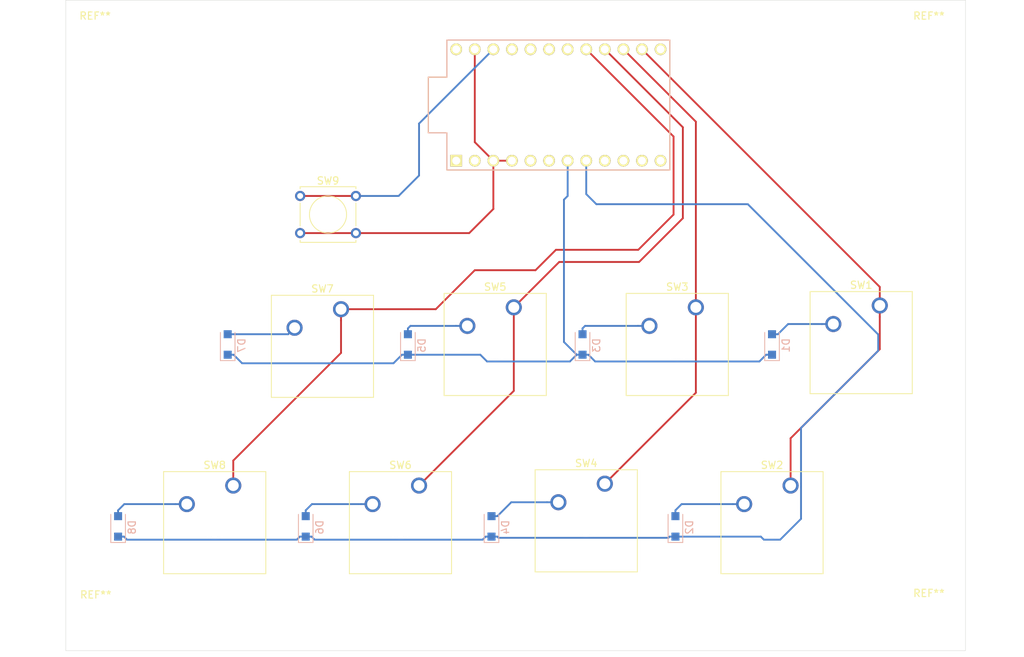
<source format=kicad_pcb>
(kicad_pcb (version 20171130) (host pcbnew 5.1.4-e60b266~84~ubuntu18.04.1)

  (general
    (thickness 1.6)
    (drawings 4)
    (tracks 118)
    (zones 0)
    (modules 22)
    (nets 31)
  )

  (page A4)
  (layers
    (0 F.Cu signal)
    (31 B.Cu signal)
    (32 B.Adhes user)
    (33 F.Adhes user)
    (34 B.Paste user)
    (35 F.Paste user)
    (36 B.SilkS user hide)
    (37 F.SilkS user)
    (38 B.Mask user)
    (39 F.Mask user)
    (40 Dwgs.User user)
    (41 Cmts.User user)
    (42 Eco1.User user)
    (43 Eco2.User user)
    (44 Edge.Cuts user)
    (45 Margin user)
    (46 B.CrtYd user)
    (47 F.CrtYd user)
    (48 B.Fab user)
    (49 F.Fab user)
  )

  (setup
    (last_trace_width 0.25)
    (trace_clearance 0.2)
    (zone_clearance 0.508)
    (zone_45_only no)
    (trace_min 0.2)
    (via_size 0.8)
    (via_drill 0.4)
    (via_min_size 0.4)
    (via_min_drill 0.3)
    (uvia_size 0.3)
    (uvia_drill 0.1)
    (uvias_allowed no)
    (uvia_min_size 0.2)
    (uvia_min_drill 0.1)
    (edge_width 0.05)
    (segment_width 0.2)
    (pcb_text_width 0.3)
    (pcb_text_size 1.5 1.5)
    (mod_edge_width 0.12)
    (mod_text_size 1 1)
    (mod_text_width 0.15)
    (pad_size 1.524 1.524)
    (pad_drill 0.762)
    (pad_to_mask_clearance 0.051)
    (solder_mask_min_width 0.25)
    (aux_axis_origin 0 0)
    (visible_elements FFFFFF7F)
    (pcbplotparams
      (layerselection 0x010fc_ffffffff)
      (usegerberextensions false)
      (usegerberattributes false)
      (usegerberadvancedattributes false)
      (creategerberjobfile false)
      (excludeedgelayer true)
      (linewidth 0.100000)
      (plotframeref false)
      (viasonmask false)
      (mode 1)
      (useauxorigin false)
      (hpglpennumber 1)
      (hpglpenspeed 20)
      (hpglpendiameter 15.000000)
      (psnegative false)
      (psa4output false)
      (plotreference true)
      (plotvalue true)
      (plotinvisibletext false)
      (padsonsilk false)
      (subtractmaskfromsilk false)
      (outputformat 1)
      (mirror false)
      (drillshape 1)
      (scaleselection 1)
      (outputdirectory ""))
  )

  (net 0 "")
  (net 1 "Net-(D1-Pad2)")
  (net 2 ROW0)
  (net 3 ROW1)
  (net 4 "Net-(D2-Pad2)")
  (net 5 "Net-(D3-Pad2)")
  (net 6 "Net-(D4-Pad2)")
  (net 7 "Net-(D5-Pad2)")
  (net 8 "Net-(D6-Pad2)")
  (net 9 "Net-(D7-Pad2)")
  (net 10 "Net-(D8-Pad2)")
  (net 11 col0)
  (net 12 col1)
  (net 13 col2)
  (net 14 col3)
  (net 15 "Net-(SW9-Pad1)")
  (net 16 GND)
  (net 17 "Net-(U1-Pad1)")
  (net 18 "Net-(U1-Pad2)")
  (net 19 "Net-(U1-Pad5)")
  (net 20 "Net-(U1-Pad6)")
  (net 21 "Net-(U1-Pad9)")
  (net 22 "Net-(U1-Pad10)")
  (net 23 "Net-(U1-Pad11)")
  (net 24 "Net-(U1-Pad12)")
  (net 25 "Net-(U1-Pad13)")
  (net 26 "Net-(U1-Pad18)")
  (net 27 "Net-(U1-Pad19)")
  (net 28 "Net-(U1-Pad20)")
  (net 29 +3V3)
  (net 30 +5V)

  (net_class Default "これはデフォルトのネット クラスです。"
    (clearance 0.2)
    (trace_width 0.25)
    (via_dia 0.8)
    (via_drill 0.4)
    (uvia_dia 0.3)
    (uvia_drill 0.1)
    (add_net +3V3)
    (add_net +5V)
    (add_net GND)
    (add_net "Net-(D1-Pad2)")
    (add_net "Net-(D2-Pad2)")
    (add_net "Net-(D3-Pad2)")
    (add_net "Net-(D4-Pad2)")
    (add_net "Net-(D5-Pad2)")
    (add_net "Net-(D6-Pad2)")
    (add_net "Net-(D7-Pad2)")
    (add_net "Net-(D8-Pad2)")
    (add_net "Net-(SW9-Pad1)")
    (add_net "Net-(U1-Pad1)")
    (add_net "Net-(U1-Pad10)")
    (add_net "Net-(U1-Pad11)")
    (add_net "Net-(U1-Pad12)")
    (add_net "Net-(U1-Pad13)")
    (add_net "Net-(U1-Pad18)")
    (add_net "Net-(U1-Pad19)")
    (add_net "Net-(U1-Pad2)")
    (add_net "Net-(U1-Pad20)")
    (add_net "Net-(U1-Pad5)")
    (add_net "Net-(U1-Pad6)")
    (add_net "Net-(U1-Pad9)")
    (add_net ROW0)
    (add_net ROW1)
    (add_net col0)
    (add_net col1)
    (add_net col2)
    (add_net col3)
  )

  (module MountingHole:MountingHole_3.2mm_M3_ISO7380 (layer F.Cu) (tedit 56D1B4CB) (tstamp 5D4AA60E)
    (at 101.092 140.208)
    (descr "Mounting Hole 3.2mm, no annular, M3, ISO7380")
    (tags "mounting hole 3.2mm no annular m3 iso7380")
    (attr virtual)
    (fp_text reference REF** (at 0 -3.85) (layer F.SilkS)
      (effects (font (size 1 1) (thickness 0.15)))
    )
    (fp_text value MountingHole_3.2mm_M3_ISO7380 (at 0 3.85) (layer F.Fab)
      (effects (font (size 1 1) (thickness 0.15)))
    )
    (fp_circle (center 0 0) (end 3.1 0) (layer F.CrtYd) (width 0.05))
    (fp_circle (center 0 0) (end 2.85 0) (layer Cmts.User) (width 0.15))
    (fp_text user %R (at -0.092 -0.208) (layer F.Fab)
      (effects (font (size 1 1) (thickness 0.15)))
    )
    (pad 1 np_thru_hole circle (at 0 0) (size 3.2 3.2) (drill 3.2) (layers *.Cu *.Mask))
  )

  (module MountingHole:MountingHole_3.2mm_M3_ISO7380 (layer F.Cu) (tedit 56D1B4CB) (tstamp 5D4AA576)
    (at 101 61)
    (descr "Mounting Hole 3.2mm, no annular, M3, ISO7380")
    (tags "mounting hole 3.2mm no annular m3 iso7380")
    (attr virtual)
    (fp_text reference REF** (at 0 -3.85) (layer F.SilkS)
      (effects (font (size 1 1) (thickness 0.15)))
    )
    (fp_text value MountingHole_3.2mm_M3_ISO7380 (at 0 3.85) (layer F.Fab)
      (effects (font (size 1 1) (thickness 0.15)))
    )
    (fp_circle (center 0 0) (end 3.1 0) (layer F.CrtYd) (width 0.05))
    (fp_circle (center 0 0) (end 2.85 0) (layer Cmts.User) (width 0.15))
    (fp_text user %R (at 0.3 0) (layer F.Fab)
      (effects (font (size 1 1) (thickness 0.15)))
    )
    (pad 1 np_thru_hole circle (at 0 0) (size 3.2 3.2) (drill 3.2) (layers *.Cu *.Mask))
  )

  (module MountingHole:MountingHole_3.2mm_M3_ISO7380 (layer F.Cu) (tedit 56D1B4CB) (tstamp 5D4AA4E6)
    (at 215 61)
    (descr "Mounting Hole 3.2mm, no annular, M3, ISO7380")
    (tags "mounting hole 3.2mm no annular m3 iso7380")
    (attr virtual)
    (fp_text reference REF** (at 0 -3.85) (layer F.SilkS)
      (effects (font (size 1 1) (thickness 0.15)))
    )
    (fp_text value MountingHole_3.2mm_M3_ISO7380 (at 0 3.85) (layer F.Fab)
      (effects (font (size 1 1) (thickness 0.15)))
    )
    (fp_circle (center 0 0) (end 3.1 0) (layer F.CrtYd) (width 0.05))
    (fp_circle (center 0 0) (end 2.85 0) (layer Cmts.User) (width 0.15))
    (fp_text user %R (at 0.3 0) (layer F.Fab)
      (effects (font (size 1 1) (thickness 0.15)))
    )
    (pad 1 np_thru_hole circle (at 0 0) (size 3.2 3.2) (drill 3.2) (layers *.Cu *.Mask))
  )

  (module MountingHole:MountingHole_3.2mm_M3_ISO7380 (layer F.Cu) (tedit 56D1B4CB) (tstamp 5D49FE74)
    (at 215 140)
    (descr "Mounting Hole 3.2mm, no annular, M3, ISO7380")
    (tags "mounting hole 3.2mm no annular m3 iso7380")
    (attr virtual)
    (fp_text reference REF** (at 0 -3.85) (layer F.SilkS)
      (effects (font (size 1 1) (thickness 0.15)))
    )
    (fp_text value MountingHole_3.2mm_M3_ISO7380 (at 0 3.85) (layer F.Fab)
      (effects (font (size 1 1) (thickness 0.15)))
    )
    (fp_text user %R (at 0.3 0) (layer F.Fab)
      (effects (font (size 1 1) (thickness 0.15)))
    )
    (fp_circle (center 0 0) (end 2.85 0) (layer Cmts.User) (width 0.15))
    (fp_circle (center 0 0) (end 3.1 0) (layer F.CrtYd) (width 0.05))
    (pad 1 np_thru_hole circle (at 0 0) (size 3.2 3.2) (drill 3.2) (layers *.Cu *.Mask))
  )

  (module promicro:ProMicro (layer F.Cu) (tedit 5A06A962) (tstamp 5D49D90B)
    (at 164.338 69.342)
    (descr "Pro Micro footprint")
    (tags "promicro ProMicro")
    (path /5D4D1B53)
    (fp_text reference U1 (at 0 -10.16) (layer F.SilkS) hide
      (effects (font (size 1 1) (thickness 0.15)))
    )
    (fp_text value ProMicro (at 0 10.16) (layer F.Fab)
      (effects (font (size 1 1) (thickness 0.15)))
    )
    (fp_line (start 15.24 -8.89) (end 15.24 8.89) (layer B.SilkS) (width 0.15))
    (fp_line (start 15.24 8.89) (end -15.24 8.89) (layer B.SilkS) (width 0.15))
    (fp_line (start -15.24 8.89) (end -15.24 3.81) (layer B.SilkS) (width 0.15))
    (fp_line (start -15.24 3.81) (end -17.78 3.81) (layer B.SilkS) (width 0.15))
    (fp_line (start -17.78 3.81) (end -17.78 -3.81) (layer B.SilkS) (width 0.15))
    (fp_line (start -17.78 -3.81) (end -15.24 -3.81) (layer B.SilkS) (width 0.15))
    (fp_line (start -15.24 -3.81) (end -15.24 -8.89) (layer B.SilkS) (width 0.15))
    (fp_line (start -15.24 -8.89) (end 15.24 -8.89) (layer B.SilkS) (width 0.15))
    (fp_line (start -15.24 8.89) (end 15.24 8.89) (layer F.SilkS) (width 0.15))
    (fp_line (start -15.24 8.89) (end -15.24 3.81) (layer F.SilkS) (width 0.15))
    (fp_line (start -15.24 3.81) (end -17.78 3.81) (layer F.SilkS) (width 0.15))
    (fp_line (start -17.78 3.81) (end -17.78 -3.81) (layer F.SilkS) (width 0.15))
    (fp_line (start -17.78 -3.81) (end -15.24 -3.81) (layer F.SilkS) (width 0.15))
    (fp_line (start -15.24 -3.81) (end -15.24 -8.89) (layer F.SilkS) (width 0.15))
    (fp_line (start -15.24 -8.89) (end 15.24 -8.89) (layer F.SilkS) (width 0.15))
    (fp_line (start 15.24 -8.89) (end 15.24 8.89) (layer F.SilkS) (width 0.15))
    (pad 1 thru_hole rect (at -13.97 7.62) (size 1.6 1.6) (drill 1.1) (layers *.Cu *.Mask F.SilkS)
      (net 17 "Net-(U1-Pad1)"))
    (pad 2 thru_hole circle (at -11.43 7.62) (size 1.6 1.6) (drill 1.1) (layers *.Cu *.Mask F.SilkS)
      (net 18 "Net-(U1-Pad2)"))
    (pad 3 thru_hole circle (at -8.89 7.62) (size 1.6 1.6) (drill 1.1) (layers *.Cu *.Mask F.SilkS)
      (net 16 GND))
    (pad 4 thru_hole circle (at -6.35 7.62) (size 1.6 1.6) (drill 1.1) (layers *.Cu *.Mask F.SilkS)
      (net 16 GND))
    (pad 5 thru_hole circle (at -3.81 7.62) (size 1.6 1.6) (drill 1.1) (layers *.Cu *.Mask F.SilkS)
      (net 19 "Net-(U1-Pad5)"))
    (pad 6 thru_hole circle (at -1.27 7.62) (size 1.6 1.6) (drill 1.1) (layers *.Cu *.Mask F.SilkS)
      (net 20 "Net-(U1-Pad6)"))
    (pad 7 thru_hole circle (at 1.27 7.62) (size 1.6 1.6) (drill 1.1) (layers *.Cu *.Mask F.SilkS)
      (net 2 ROW0))
    (pad 8 thru_hole circle (at 3.81 7.62) (size 1.6 1.6) (drill 1.1) (layers *.Cu *.Mask F.SilkS)
      (net 3 ROW1))
    (pad 9 thru_hole circle (at 6.35 7.62) (size 1.6 1.6) (drill 1.1) (layers *.Cu *.Mask F.SilkS)
      (net 21 "Net-(U1-Pad9)"))
    (pad 10 thru_hole circle (at 8.89 7.62) (size 1.6 1.6) (drill 1.1) (layers *.Cu *.Mask F.SilkS)
      (net 22 "Net-(U1-Pad10)"))
    (pad 11 thru_hole circle (at 11.43 7.62) (size 1.6 1.6) (drill 1.1) (layers *.Cu *.Mask F.SilkS)
      (net 23 "Net-(U1-Pad11)"))
    (pad 12 thru_hole circle (at 13.97 7.62) (size 1.6 1.6) (drill 1.1) (layers *.Cu *.Mask F.SilkS)
      (net 24 "Net-(U1-Pad12)"))
    (pad 13 thru_hole circle (at 13.97 -7.62) (size 1.6 1.6) (drill 1.1) (layers *.Cu *.Mask F.SilkS)
      (net 25 "Net-(U1-Pad13)"))
    (pad 14 thru_hole circle (at 11.43 -7.62) (size 1.6 1.6) (drill 1.1) (layers *.Cu *.Mask F.SilkS)
      (net 11 col0))
    (pad 15 thru_hole circle (at 8.89 -7.62) (size 1.6 1.6) (drill 1.1) (layers *.Cu *.Mask F.SilkS)
      (net 12 col1))
    (pad 16 thru_hole circle (at 6.35 -7.62) (size 1.6 1.6) (drill 1.1) (layers *.Cu *.Mask F.SilkS)
      (net 13 col2))
    (pad 17 thru_hole circle (at 3.81 -7.62) (size 1.6 1.6) (drill 1.1) (layers *.Cu *.Mask F.SilkS)
      (net 14 col3))
    (pad 18 thru_hole circle (at 1.27 -7.62) (size 1.6 1.6) (drill 1.1) (layers *.Cu *.Mask F.SilkS)
      (net 26 "Net-(U1-Pad18)"))
    (pad 19 thru_hole circle (at -1.27 -7.62) (size 1.6 1.6) (drill 1.1) (layers *.Cu *.Mask F.SilkS)
      (net 27 "Net-(U1-Pad19)"))
    (pad 20 thru_hole circle (at -3.81 -7.62) (size 1.6 1.6) (drill 1.1) (layers *.Cu *.Mask F.SilkS)
      (net 28 "Net-(U1-Pad20)"))
    (pad 21 thru_hole circle (at -6.35 -7.62) (size 1.6 1.6) (drill 1.1) (layers *.Cu *.Mask F.SilkS)
      (net 29 +3V3))
    (pad 22 thru_hole circle (at -8.89 -7.62) (size 1.6 1.6) (drill 1.1) (layers *.Cu *.Mask F.SilkS)
      (net 15 "Net-(SW9-Pad1)"))
    (pad 23 thru_hole circle (at -11.43 -7.62) (size 1.6 1.6) (drill 1.1) (layers *.Cu *.Mask F.SilkS)
      (net 16 GND))
    (pad 24 thru_hole circle (at -13.97 -7.62) (size 1.6 1.6) (drill 1.1) (layers *.Cu *.Mask F.SilkS)
      (net 30 +5V))
  )

  (module Diode_SMD:D_SOD-123F (layer B.Cu) (tedit 587F7769) (tstamp 5D49D746)
    (at 193.548 102.108 90)
    (descr D_SOD-123F)
    (tags D_SOD-123F)
    (path /5D2F5A68)
    (attr smd)
    (fp_text reference D1 (at -0.127 1.905 270) (layer B.SilkS)
      (effects (font (size 1 1) (thickness 0.15)) (justify mirror))
    )
    (fp_text value D (at 0 -2.1 270) (layer B.Fab)
      (effects (font (size 1 1) (thickness 0.15)) (justify mirror))
    )
    (fp_text user %R (at -0.127 1.905 270) (layer B.Fab)
      (effects (font (size 1 1) (thickness 0.15)) (justify mirror))
    )
    (fp_line (start -2.2 1) (end -2.2 -1) (layer B.SilkS) (width 0.12))
    (fp_line (start 0.25 0) (end 0.75 0) (layer B.Fab) (width 0.1))
    (fp_line (start 0.25 -0.4) (end -0.35 0) (layer B.Fab) (width 0.1))
    (fp_line (start 0.25 0.4) (end 0.25 -0.4) (layer B.Fab) (width 0.1))
    (fp_line (start -0.35 0) (end 0.25 0.4) (layer B.Fab) (width 0.1))
    (fp_line (start -0.35 0) (end -0.35 -0.55) (layer B.Fab) (width 0.1))
    (fp_line (start -0.35 0) (end -0.35 0.55) (layer B.Fab) (width 0.1))
    (fp_line (start -0.75 0) (end -0.35 0) (layer B.Fab) (width 0.1))
    (fp_line (start -1.4 -0.9) (end -1.4 0.9) (layer B.Fab) (width 0.1))
    (fp_line (start 1.4 -0.9) (end -1.4 -0.9) (layer B.Fab) (width 0.1))
    (fp_line (start 1.4 0.9) (end 1.4 -0.9) (layer B.Fab) (width 0.1))
    (fp_line (start -1.4 0.9) (end 1.4 0.9) (layer B.Fab) (width 0.1))
    (fp_line (start -2.2 1.15) (end 2.2 1.15) (layer B.CrtYd) (width 0.05))
    (fp_line (start 2.2 1.15) (end 2.2 -1.15) (layer B.CrtYd) (width 0.05))
    (fp_line (start 2.2 -1.15) (end -2.2 -1.15) (layer B.CrtYd) (width 0.05))
    (fp_line (start -2.2 1.15) (end -2.2 -1.15) (layer B.CrtYd) (width 0.05))
    (fp_line (start -2.2 -1) (end 1.65 -1) (layer B.SilkS) (width 0.12))
    (fp_line (start -2.2 1) (end 1.65 1) (layer B.SilkS) (width 0.12))
    (pad 1 smd rect (at -1.4 0 90) (size 1.1 1.1) (layers B.Cu B.Paste B.Mask)
      (net 2 ROW0))
    (pad 2 smd rect (at 1.4 0 90) (size 1.1 1.1) (layers B.Cu B.Paste B.Mask)
      (net 1 "Net-(D1-Pad2)"))
    (model ${KISYS3DMOD}/Diode_SMD.3dshapes/D_SOD-123F.wrl
      (at (xyz 0 0 0))
      (scale (xyz 1 1 1))
      (rotate (xyz 0 0 0))
    )
  )

  (module Diode_SMD:D_SOD-123F (layer B.Cu) (tedit 587F7769) (tstamp 5D49D75F)
    (at 180.34 127 90)
    (descr D_SOD-123F)
    (tags D_SOD-123F)
    (path /5D2EED29)
    (attr smd)
    (fp_text reference D2 (at -0.127 1.905 270) (layer B.SilkS)
      (effects (font (size 1 1) (thickness 0.15)) (justify mirror))
    )
    (fp_text value D (at 0 -2.1 270) (layer B.Fab)
      (effects (font (size 1 1) (thickness 0.15)) (justify mirror))
    )
    (fp_line (start -2.2 1) (end 1.65 1) (layer B.SilkS) (width 0.12))
    (fp_line (start -2.2 -1) (end 1.65 -1) (layer B.SilkS) (width 0.12))
    (fp_line (start -2.2 1.15) (end -2.2 -1.15) (layer B.CrtYd) (width 0.05))
    (fp_line (start 2.2 -1.15) (end -2.2 -1.15) (layer B.CrtYd) (width 0.05))
    (fp_line (start 2.2 1.15) (end 2.2 -1.15) (layer B.CrtYd) (width 0.05))
    (fp_line (start -2.2 1.15) (end 2.2 1.15) (layer B.CrtYd) (width 0.05))
    (fp_line (start -1.4 0.9) (end 1.4 0.9) (layer B.Fab) (width 0.1))
    (fp_line (start 1.4 0.9) (end 1.4 -0.9) (layer B.Fab) (width 0.1))
    (fp_line (start 1.4 -0.9) (end -1.4 -0.9) (layer B.Fab) (width 0.1))
    (fp_line (start -1.4 -0.9) (end -1.4 0.9) (layer B.Fab) (width 0.1))
    (fp_line (start -0.75 0) (end -0.35 0) (layer B.Fab) (width 0.1))
    (fp_line (start -0.35 0) (end -0.35 0.55) (layer B.Fab) (width 0.1))
    (fp_line (start -0.35 0) (end -0.35 -0.55) (layer B.Fab) (width 0.1))
    (fp_line (start -0.35 0) (end 0.25 0.4) (layer B.Fab) (width 0.1))
    (fp_line (start 0.25 0.4) (end 0.25 -0.4) (layer B.Fab) (width 0.1))
    (fp_line (start 0.25 -0.4) (end -0.35 0) (layer B.Fab) (width 0.1))
    (fp_line (start 0.25 0) (end 0.75 0) (layer B.Fab) (width 0.1))
    (fp_line (start -2.2 1) (end -2.2 -1) (layer B.SilkS) (width 0.12))
    (fp_text user %R (at -0.127 1.905 270) (layer B.Fab)
      (effects (font (size 1 1) (thickness 0.15)) (justify mirror))
    )
    (pad 2 smd rect (at 1.4 0 90) (size 1.1 1.1) (layers B.Cu B.Paste B.Mask)
      (net 4 "Net-(D2-Pad2)"))
    (pad 1 smd rect (at -1.4 0 90) (size 1.1 1.1) (layers B.Cu B.Paste B.Mask)
      (net 3 ROW1))
    (model ${KISYS3DMOD}/Diode_SMD.3dshapes/D_SOD-123F.wrl
      (at (xyz 0 0 0))
      (scale (xyz 1 1 1))
      (rotate (xyz 0 0 0))
    )
  )

  (module Diode_SMD:D_SOD-123F (layer B.Cu) (tedit 587F7769) (tstamp 5D49D778)
    (at 167.64 102.108 90)
    (descr D_SOD-123F)
    (tags D_SOD-123F)
    (path /5D2FBF64)
    (attr smd)
    (fp_text reference D3 (at -0.127 1.905 270) (layer B.SilkS)
      (effects (font (size 1 1) (thickness 0.15)) (justify mirror))
    )
    (fp_text value D (at 0 -2.1 270) (layer B.Fab)
      (effects (font (size 1 1) (thickness 0.15)) (justify mirror))
    )
    (fp_line (start -2.2 1) (end 1.65 1) (layer B.SilkS) (width 0.12))
    (fp_line (start -2.2 -1) (end 1.65 -1) (layer B.SilkS) (width 0.12))
    (fp_line (start -2.2 1.15) (end -2.2 -1.15) (layer B.CrtYd) (width 0.05))
    (fp_line (start 2.2 -1.15) (end -2.2 -1.15) (layer B.CrtYd) (width 0.05))
    (fp_line (start 2.2 1.15) (end 2.2 -1.15) (layer B.CrtYd) (width 0.05))
    (fp_line (start -2.2 1.15) (end 2.2 1.15) (layer B.CrtYd) (width 0.05))
    (fp_line (start -1.4 0.9) (end 1.4 0.9) (layer B.Fab) (width 0.1))
    (fp_line (start 1.4 0.9) (end 1.4 -0.9) (layer B.Fab) (width 0.1))
    (fp_line (start 1.4 -0.9) (end -1.4 -0.9) (layer B.Fab) (width 0.1))
    (fp_line (start -1.4 -0.9) (end -1.4 0.9) (layer B.Fab) (width 0.1))
    (fp_line (start -0.75 0) (end -0.35 0) (layer B.Fab) (width 0.1))
    (fp_line (start -0.35 0) (end -0.35 0.55) (layer B.Fab) (width 0.1))
    (fp_line (start -0.35 0) (end -0.35 -0.55) (layer B.Fab) (width 0.1))
    (fp_line (start -0.35 0) (end 0.25 0.4) (layer B.Fab) (width 0.1))
    (fp_line (start 0.25 0.4) (end 0.25 -0.4) (layer B.Fab) (width 0.1))
    (fp_line (start 0.25 -0.4) (end -0.35 0) (layer B.Fab) (width 0.1))
    (fp_line (start 0.25 0) (end 0.75 0) (layer B.Fab) (width 0.1))
    (fp_line (start -2.2 1) (end -2.2 -1) (layer B.SilkS) (width 0.12))
    (fp_text user %R (at -0.127 1.905 270) (layer B.Fab)
      (effects (font (size 1 1) (thickness 0.15)) (justify mirror))
    )
    (pad 2 smd rect (at 1.4 0 90) (size 1.1 1.1) (layers B.Cu B.Paste B.Mask)
      (net 5 "Net-(D3-Pad2)"))
    (pad 1 smd rect (at -1.4 0 90) (size 1.1 1.1) (layers B.Cu B.Paste B.Mask)
      (net 2 ROW0))
    (model ${KISYS3DMOD}/Diode_SMD.3dshapes/D_SOD-123F.wrl
      (at (xyz 0 0 0))
      (scale (xyz 1 1 1))
      (rotate (xyz 0 0 0))
    )
  )

  (module Diode_SMD:D_SOD-123F (layer B.Cu) (tedit 587F7769) (tstamp 5D49D791)
    (at 155.194 127 90)
    (descr D_SOD-123F)
    (tags D_SOD-123F)
    (path /5D4BDF44)
    (attr smd)
    (fp_text reference D4 (at -0.127 1.905 270) (layer B.SilkS)
      (effects (font (size 1 1) (thickness 0.15)) (justify mirror))
    )
    (fp_text value D (at 0 -2.1 270) (layer B.Fab)
      (effects (font (size 1 1) (thickness 0.15)) (justify mirror))
    )
    (fp_text user %R (at -0.127 1.905 270) (layer B.Fab)
      (effects (font (size 1 1) (thickness 0.15)) (justify mirror))
    )
    (fp_line (start -2.2 1) (end -2.2 -1) (layer B.SilkS) (width 0.12))
    (fp_line (start 0.25 0) (end 0.75 0) (layer B.Fab) (width 0.1))
    (fp_line (start 0.25 -0.4) (end -0.35 0) (layer B.Fab) (width 0.1))
    (fp_line (start 0.25 0.4) (end 0.25 -0.4) (layer B.Fab) (width 0.1))
    (fp_line (start -0.35 0) (end 0.25 0.4) (layer B.Fab) (width 0.1))
    (fp_line (start -0.35 0) (end -0.35 -0.55) (layer B.Fab) (width 0.1))
    (fp_line (start -0.35 0) (end -0.35 0.55) (layer B.Fab) (width 0.1))
    (fp_line (start -0.75 0) (end -0.35 0) (layer B.Fab) (width 0.1))
    (fp_line (start -1.4 -0.9) (end -1.4 0.9) (layer B.Fab) (width 0.1))
    (fp_line (start 1.4 -0.9) (end -1.4 -0.9) (layer B.Fab) (width 0.1))
    (fp_line (start 1.4 0.9) (end 1.4 -0.9) (layer B.Fab) (width 0.1))
    (fp_line (start -1.4 0.9) (end 1.4 0.9) (layer B.Fab) (width 0.1))
    (fp_line (start -2.2 1.15) (end 2.2 1.15) (layer B.CrtYd) (width 0.05))
    (fp_line (start 2.2 1.15) (end 2.2 -1.15) (layer B.CrtYd) (width 0.05))
    (fp_line (start 2.2 -1.15) (end -2.2 -1.15) (layer B.CrtYd) (width 0.05))
    (fp_line (start -2.2 1.15) (end -2.2 -1.15) (layer B.CrtYd) (width 0.05))
    (fp_line (start -2.2 -1) (end 1.65 -1) (layer B.SilkS) (width 0.12))
    (fp_line (start -2.2 1) (end 1.65 1) (layer B.SilkS) (width 0.12))
    (pad 1 smd rect (at -1.4 0 90) (size 1.1 1.1) (layers B.Cu B.Paste B.Mask)
      (net 3 ROW1))
    (pad 2 smd rect (at 1.4 0 90) (size 1.1 1.1) (layers B.Cu B.Paste B.Mask)
      (net 6 "Net-(D4-Pad2)"))
    (model ${KISYS3DMOD}/Diode_SMD.3dshapes/D_SOD-123F.wrl
      (at (xyz 0 0 0))
      (scale (xyz 1 1 1))
      (rotate (xyz 0 0 0))
    )
  )

  (module Diode_SMD:D_SOD-123F (layer B.Cu) (tedit 587F7769) (tstamp 5D49D7AA)
    (at 143.764 102.108 90)
    (descr D_SOD-123F)
    (tags D_SOD-123F)
    (path /5D2EF1DF)
    (attr smd)
    (fp_text reference D5 (at -0.127 1.905 270) (layer B.SilkS)
      (effects (font (size 1 1) (thickness 0.15)) (justify mirror))
    )
    (fp_text value D (at 0 -2.1 270) (layer B.Fab)
      (effects (font (size 1 1) (thickness 0.15)) (justify mirror))
    )
    (fp_text user %R (at -0.127 1.905 270) (layer B.Fab)
      (effects (font (size 1 1) (thickness 0.15)) (justify mirror))
    )
    (fp_line (start -2.2 1) (end -2.2 -1) (layer B.SilkS) (width 0.12))
    (fp_line (start 0.25 0) (end 0.75 0) (layer B.Fab) (width 0.1))
    (fp_line (start 0.25 -0.4) (end -0.35 0) (layer B.Fab) (width 0.1))
    (fp_line (start 0.25 0.4) (end 0.25 -0.4) (layer B.Fab) (width 0.1))
    (fp_line (start -0.35 0) (end 0.25 0.4) (layer B.Fab) (width 0.1))
    (fp_line (start -0.35 0) (end -0.35 -0.55) (layer B.Fab) (width 0.1))
    (fp_line (start -0.35 0) (end -0.35 0.55) (layer B.Fab) (width 0.1))
    (fp_line (start -0.75 0) (end -0.35 0) (layer B.Fab) (width 0.1))
    (fp_line (start -1.4 -0.9) (end -1.4 0.9) (layer B.Fab) (width 0.1))
    (fp_line (start 1.4 -0.9) (end -1.4 -0.9) (layer B.Fab) (width 0.1))
    (fp_line (start 1.4 0.9) (end 1.4 -0.9) (layer B.Fab) (width 0.1))
    (fp_line (start -1.4 0.9) (end 1.4 0.9) (layer B.Fab) (width 0.1))
    (fp_line (start -2.2 1.15) (end 2.2 1.15) (layer B.CrtYd) (width 0.05))
    (fp_line (start 2.2 1.15) (end 2.2 -1.15) (layer B.CrtYd) (width 0.05))
    (fp_line (start 2.2 -1.15) (end -2.2 -1.15) (layer B.CrtYd) (width 0.05))
    (fp_line (start -2.2 1.15) (end -2.2 -1.15) (layer B.CrtYd) (width 0.05))
    (fp_line (start -2.2 -1) (end 1.65 -1) (layer B.SilkS) (width 0.12))
    (fp_line (start -2.2 1) (end 1.65 1) (layer B.SilkS) (width 0.12))
    (pad 1 smd rect (at -1.4 0 90) (size 1.1 1.1) (layers B.Cu B.Paste B.Mask)
      (net 2 ROW0))
    (pad 2 smd rect (at 1.4 0 90) (size 1.1 1.1) (layers B.Cu B.Paste B.Mask)
      (net 7 "Net-(D5-Pad2)"))
    (model ${KISYS3DMOD}/Diode_SMD.3dshapes/D_SOD-123F.wrl
      (at (xyz 0 0 0))
      (scale (xyz 1 1 1))
      (rotate (xyz 0 0 0))
    )
  )

  (module Diode_SMD:D_SOD-123F (layer B.Cu) (tedit 587F7769) (tstamp 5D49D7C3)
    (at 129.794 127 90)
    (descr D_SOD-123F)
    (tags D_SOD-123F)
    (path /5D4BAB7A)
    (attr smd)
    (fp_text reference D6 (at -0.127 1.905 270) (layer B.SilkS)
      (effects (font (size 1 1) (thickness 0.15)) (justify mirror))
    )
    (fp_text value D (at 0 -2.1 270) (layer B.Fab)
      (effects (font (size 1 1) (thickness 0.15)) (justify mirror))
    )
    (fp_line (start -2.2 1) (end 1.65 1) (layer B.SilkS) (width 0.12))
    (fp_line (start -2.2 -1) (end 1.65 -1) (layer B.SilkS) (width 0.12))
    (fp_line (start -2.2 1.15) (end -2.2 -1.15) (layer B.CrtYd) (width 0.05))
    (fp_line (start 2.2 -1.15) (end -2.2 -1.15) (layer B.CrtYd) (width 0.05))
    (fp_line (start 2.2 1.15) (end 2.2 -1.15) (layer B.CrtYd) (width 0.05))
    (fp_line (start -2.2 1.15) (end 2.2 1.15) (layer B.CrtYd) (width 0.05))
    (fp_line (start -1.4 0.9) (end 1.4 0.9) (layer B.Fab) (width 0.1))
    (fp_line (start 1.4 0.9) (end 1.4 -0.9) (layer B.Fab) (width 0.1))
    (fp_line (start 1.4 -0.9) (end -1.4 -0.9) (layer B.Fab) (width 0.1))
    (fp_line (start -1.4 -0.9) (end -1.4 0.9) (layer B.Fab) (width 0.1))
    (fp_line (start -0.75 0) (end -0.35 0) (layer B.Fab) (width 0.1))
    (fp_line (start -0.35 0) (end -0.35 0.55) (layer B.Fab) (width 0.1))
    (fp_line (start -0.35 0) (end -0.35 -0.55) (layer B.Fab) (width 0.1))
    (fp_line (start -0.35 0) (end 0.25 0.4) (layer B.Fab) (width 0.1))
    (fp_line (start 0.25 0.4) (end 0.25 -0.4) (layer B.Fab) (width 0.1))
    (fp_line (start 0.25 -0.4) (end -0.35 0) (layer B.Fab) (width 0.1))
    (fp_line (start 0.25 0) (end 0.75 0) (layer B.Fab) (width 0.1))
    (fp_line (start -2.2 1) (end -2.2 -1) (layer B.SilkS) (width 0.12))
    (fp_text user %R (at -0.127 1.905 270) (layer B.Fab)
      (effects (font (size 1 1) (thickness 0.15)) (justify mirror))
    )
    (pad 2 smd rect (at 1.4 0 90) (size 1.1 1.1) (layers B.Cu B.Paste B.Mask)
      (net 8 "Net-(D6-Pad2)"))
    (pad 1 smd rect (at -1.4 0 90) (size 1.1 1.1) (layers B.Cu B.Paste B.Mask)
      (net 3 ROW1))
    (model ${KISYS3DMOD}/Diode_SMD.3dshapes/D_SOD-123F.wrl
      (at (xyz 0 0 0))
      (scale (xyz 1 1 1))
      (rotate (xyz 0 0 0))
    )
  )

  (module Diode_SMD:D_SOD-123F (layer B.Cu) (tedit 587F7769) (tstamp 5D49D7DC)
    (at 119.126 102.108 90)
    (descr D_SOD-123F)
    (tags D_SOD-123F)
    (path /5D4B0FBF)
    (attr smd)
    (fp_text reference D7 (at -0.127 1.905 270) (layer B.SilkS)
      (effects (font (size 1 1) (thickness 0.15)) (justify mirror))
    )
    (fp_text value D (at 0 -2.1 270) (layer B.Fab)
      (effects (font (size 1 1) (thickness 0.15)) (justify mirror))
    )
    (fp_line (start -2.2 1) (end 1.65 1) (layer B.SilkS) (width 0.12))
    (fp_line (start -2.2 -1) (end 1.65 -1) (layer B.SilkS) (width 0.12))
    (fp_line (start -2.2 1.15) (end -2.2 -1.15) (layer B.CrtYd) (width 0.05))
    (fp_line (start 2.2 -1.15) (end -2.2 -1.15) (layer B.CrtYd) (width 0.05))
    (fp_line (start 2.2 1.15) (end 2.2 -1.15) (layer B.CrtYd) (width 0.05))
    (fp_line (start -2.2 1.15) (end 2.2 1.15) (layer B.CrtYd) (width 0.05))
    (fp_line (start -1.4 0.9) (end 1.4 0.9) (layer B.Fab) (width 0.1))
    (fp_line (start 1.4 0.9) (end 1.4 -0.9) (layer B.Fab) (width 0.1))
    (fp_line (start 1.4 -0.9) (end -1.4 -0.9) (layer B.Fab) (width 0.1))
    (fp_line (start -1.4 -0.9) (end -1.4 0.9) (layer B.Fab) (width 0.1))
    (fp_line (start -0.75 0) (end -0.35 0) (layer B.Fab) (width 0.1))
    (fp_line (start -0.35 0) (end -0.35 0.55) (layer B.Fab) (width 0.1))
    (fp_line (start -0.35 0) (end -0.35 -0.55) (layer B.Fab) (width 0.1))
    (fp_line (start -0.35 0) (end 0.25 0.4) (layer B.Fab) (width 0.1))
    (fp_line (start 0.25 0.4) (end 0.25 -0.4) (layer B.Fab) (width 0.1))
    (fp_line (start 0.25 -0.4) (end -0.35 0) (layer B.Fab) (width 0.1))
    (fp_line (start 0.25 0) (end 0.75 0) (layer B.Fab) (width 0.1))
    (fp_line (start -2.2 1) (end -2.2 -1) (layer B.SilkS) (width 0.12))
    (fp_text user %R (at -0.127 1.905 270) (layer B.Fab)
      (effects (font (size 1 1) (thickness 0.15)) (justify mirror))
    )
    (pad 2 smd rect (at 1.4 0 90) (size 1.1 1.1) (layers B.Cu B.Paste B.Mask)
      (net 9 "Net-(D7-Pad2)"))
    (pad 1 smd rect (at -1.4 0 90) (size 1.1 1.1) (layers B.Cu B.Paste B.Mask)
      (net 2 ROW0))
    (model ${KISYS3DMOD}/Diode_SMD.3dshapes/D_SOD-123F.wrl
      (at (xyz 0 0 0))
      (scale (xyz 1 1 1))
      (rotate (xyz 0 0 0))
    )
  )

  (module Diode_SMD:D_SOD-123F (layer B.Cu) (tedit 587F7769) (tstamp 5D49D7F5)
    (at 104.14 127 90)
    (descr D_SOD-123F)
    (tags D_SOD-123F)
    (path /5D4B9F8E)
    (attr smd)
    (fp_text reference D8 (at -0.127 1.905 270) (layer B.SilkS)
      (effects (font (size 1 1) (thickness 0.15)) (justify mirror))
    )
    (fp_text value D (at 0 -2.1 270) (layer B.Fab)
      (effects (font (size 1 1) (thickness 0.15)) (justify mirror))
    )
    (fp_text user %R (at -0.127 1.905 270) (layer B.Fab)
      (effects (font (size 1 1) (thickness 0.15)) (justify mirror))
    )
    (fp_line (start -2.2 1) (end -2.2 -1) (layer B.SilkS) (width 0.12))
    (fp_line (start 0.25 0) (end 0.75 0) (layer B.Fab) (width 0.1))
    (fp_line (start 0.25 -0.4) (end -0.35 0) (layer B.Fab) (width 0.1))
    (fp_line (start 0.25 0.4) (end 0.25 -0.4) (layer B.Fab) (width 0.1))
    (fp_line (start -0.35 0) (end 0.25 0.4) (layer B.Fab) (width 0.1))
    (fp_line (start -0.35 0) (end -0.35 -0.55) (layer B.Fab) (width 0.1))
    (fp_line (start -0.35 0) (end -0.35 0.55) (layer B.Fab) (width 0.1))
    (fp_line (start -0.75 0) (end -0.35 0) (layer B.Fab) (width 0.1))
    (fp_line (start -1.4 -0.9) (end -1.4 0.9) (layer B.Fab) (width 0.1))
    (fp_line (start 1.4 -0.9) (end -1.4 -0.9) (layer B.Fab) (width 0.1))
    (fp_line (start 1.4 0.9) (end 1.4 -0.9) (layer B.Fab) (width 0.1))
    (fp_line (start -1.4 0.9) (end 1.4 0.9) (layer B.Fab) (width 0.1))
    (fp_line (start -2.2 1.15) (end 2.2 1.15) (layer B.CrtYd) (width 0.05))
    (fp_line (start 2.2 1.15) (end 2.2 -1.15) (layer B.CrtYd) (width 0.05))
    (fp_line (start 2.2 -1.15) (end -2.2 -1.15) (layer B.CrtYd) (width 0.05))
    (fp_line (start -2.2 1.15) (end -2.2 -1.15) (layer B.CrtYd) (width 0.05))
    (fp_line (start -2.2 -1) (end 1.65 -1) (layer B.SilkS) (width 0.12))
    (fp_line (start -2.2 1) (end 1.65 1) (layer B.SilkS) (width 0.12))
    (pad 1 smd rect (at -1.4 0 90) (size 1.1 1.1) (layers B.Cu B.Paste B.Mask)
      (net 3 ROW1))
    (pad 2 smd rect (at 1.4 0 90) (size 1.1 1.1) (layers B.Cu B.Paste B.Mask)
      (net 10 "Net-(D8-Pad2)"))
    (model ${KISYS3DMOD}/Diode_SMD.3dshapes/D_SOD-123F.wrl
      (at (xyz 0 0 0))
      (scale (xyz 1 1 1))
      (rotate (xyz 0 0 0))
    )
  )

  (module Button_Switch_Keyboard:SW_Cherry_MX_1.00u_PCB (layer F.Cu) (tedit 5A02FE24) (tstamp 5D49D80F)
    (at 208.28 96.774)
    (descr "Cherry MX keyswitch, 1.00u, PCB mount, http://cherryamericas.com/wp-content/uploads/2014/12/mx_cat.pdf")
    (tags "Cherry MX keyswitch 1.00u PCB")
    (path /5D2EB522)
    (fp_text reference SW1 (at -2.54 -2.794) (layer F.SilkS)
      (effects (font (size 1 1) (thickness 0.15)))
    )
    (fp_text value SW_Push (at -2.54 12.954) (layer F.Fab)
      (effects (font (size 1 1) (thickness 0.15)))
    )
    (fp_text user %R (at -2.54 -2.794) (layer F.Fab)
      (effects (font (size 1 1) (thickness 0.15)))
    )
    (fp_line (start -8.89 -1.27) (end 3.81 -1.27) (layer F.Fab) (width 0.1))
    (fp_line (start 3.81 -1.27) (end 3.81 11.43) (layer F.Fab) (width 0.1))
    (fp_line (start 3.81 11.43) (end -8.89 11.43) (layer F.Fab) (width 0.1))
    (fp_line (start -8.89 11.43) (end -8.89 -1.27) (layer F.Fab) (width 0.1))
    (fp_line (start -9.14 11.68) (end -9.14 -1.52) (layer F.CrtYd) (width 0.05))
    (fp_line (start 4.06 11.68) (end -9.14 11.68) (layer F.CrtYd) (width 0.05))
    (fp_line (start 4.06 -1.52) (end 4.06 11.68) (layer F.CrtYd) (width 0.05))
    (fp_line (start -9.14 -1.52) (end 4.06 -1.52) (layer F.CrtYd) (width 0.05))
    (fp_line (start -12.065 -4.445) (end 6.985 -4.445) (layer Dwgs.User) (width 0.15))
    (fp_line (start 6.985 -4.445) (end 6.985 14.605) (layer Dwgs.User) (width 0.15))
    (fp_line (start 6.985 14.605) (end -12.065 14.605) (layer Dwgs.User) (width 0.15))
    (fp_line (start -12.065 14.605) (end -12.065 -4.445) (layer Dwgs.User) (width 0.15))
    (fp_line (start -9.525 -1.905) (end 4.445 -1.905) (layer F.SilkS) (width 0.12))
    (fp_line (start 4.445 -1.905) (end 4.445 12.065) (layer F.SilkS) (width 0.12))
    (fp_line (start 4.445 12.065) (end -9.525 12.065) (layer F.SilkS) (width 0.12))
    (fp_line (start -9.525 12.065) (end -9.525 -1.905) (layer F.SilkS) (width 0.12))
    (pad 1 thru_hole circle (at 0 0) (size 2.2 2.2) (drill 1.5) (layers *.Cu *.Mask)
      (net 11 col0))
    (pad 2 thru_hole circle (at -6.35 2.54) (size 2.2 2.2) (drill 1.5) (layers *.Cu *.Mask)
      (net 1 "Net-(D1-Pad2)"))
    (pad "" np_thru_hole circle (at -2.54 5.08) (size 4 4) (drill 4) (layers *.Cu *.Mask))
    (pad "" np_thru_hole circle (at -7.62 5.08) (size 1.7 1.7) (drill 1.7) (layers *.Cu *.Mask))
    (pad "" np_thru_hole circle (at 2.54 5.08) (size 1.7 1.7) (drill 1.7) (layers *.Cu *.Mask))
    (model ${KISYS3DMOD}/Button_Switch_Keyboard.3dshapes/SW_Cherry_MX_1.00u_PCB.wrl
      (at (xyz 0 0 0))
      (scale (xyz 1 1 1))
      (rotate (xyz 0 0 0))
    )
  )

  (module Button_Switch_Keyboard:SW_Cherry_MX_1.00u_PCB (layer F.Cu) (tedit 5A02FE24) (tstamp 5D49D829)
    (at 196.088 121.412)
    (descr "Cherry MX keyswitch, 1.00u, PCB mount, http://cherryamericas.com/wp-content/uploads/2014/12/mx_cat.pdf")
    (tags "Cherry MX keyswitch 1.00u PCB")
    (path /5D2EBCB0)
    (fp_text reference SW2 (at -2.54 -2.794) (layer F.SilkS)
      (effects (font (size 1 1) (thickness 0.15)))
    )
    (fp_text value SW_Push (at -2.54 12.954) (layer F.Fab)
      (effects (font (size 1 1) (thickness 0.15)))
    )
    (fp_text user %R (at -2.54 -2.794) (layer F.Fab)
      (effects (font (size 1 1) (thickness 0.15)))
    )
    (fp_line (start -8.89 -1.27) (end 3.81 -1.27) (layer F.Fab) (width 0.1))
    (fp_line (start 3.81 -1.27) (end 3.81 11.43) (layer F.Fab) (width 0.1))
    (fp_line (start 3.81 11.43) (end -8.89 11.43) (layer F.Fab) (width 0.1))
    (fp_line (start -8.89 11.43) (end -8.89 -1.27) (layer F.Fab) (width 0.1))
    (fp_line (start -9.14 11.68) (end -9.14 -1.52) (layer F.CrtYd) (width 0.05))
    (fp_line (start 4.06 11.68) (end -9.14 11.68) (layer F.CrtYd) (width 0.05))
    (fp_line (start 4.06 -1.52) (end 4.06 11.68) (layer F.CrtYd) (width 0.05))
    (fp_line (start -9.14 -1.52) (end 4.06 -1.52) (layer F.CrtYd) (width 0.05))
    (fp_line (start -12.065 -4.445) (end 6.985 -4.445) (layer Dwgs.User) (width 0.15))
    (fp_line (start 6.985 -4.445) (end 6.985 14.605) (layer Dwgs.User) (width 0.15))
    (fp_line (start 6.985 14.605) (end -12.065 14.605) (layer Dwgs.User) (width 0.15))
    (fp_line (start -12.065 14.605) (end -12.065 -4.445) (layer Dwgs.User) (width 0.15))
    (fp_line (start -9.525 -1.905) (end 4.445 -1.905) (layer F.SilkS) (width 0.12))
    (fp_line (start 4.445 -1.905) (end 4.445 12.065) (layer F.SilkS) (width 0.12))
    (fp_line (start 4.445 12.065) (end -9.525 12.065) (layer F.SilkS) (width 0.12))
    (fp_line (start -9.525 12.065) (end -9.525 -1.905) (layer F.SilkS) (width 0.12))
    (pad 1 thru_hole circle (at 0 0) (size 2.2 2.2) (drill 1.5) (layers *.Cu *.Mask)
      (net 11 col0))
    (pad 2 thru_hole circle (at -6.35 2.54) (size 2.2 2.2) (drill 1.5) (layers *.Cu *.Mask)
      (net 4 "Net-(D2-Pad2)"))
    (pad "" np_thru_hole circle (at -2.54 5.08) (size 4 4) (drill 4) (layers *.Cu *.Mask))
    (pad "" np_thru_hole circle (at -7.62 5.08) (size 1.7 1.7) (drill 1.7) (layers *.Cu *.Mask))
    (pad "" np_thru_hole circle (at 2.54 5.08) (size 1.7 1.7) (drill 1.7) (layers *.Cu *.Mask))
    (model ${KISYS3DMOD}/Button_Switch_Keyboard.3dshapes/SW_Cherry_MX_1.00u_PCB.wrl
      (at (xyz 0 0 0))
      (scale (xyz 1 1 1))
      (rotate (xyz 0 0 0))
    )
  )

  (module Button_Switch_Keyboard:SW_Cherry_MX_1.00u_PCB (layer F.Cu) (tedit 5A02FE24) (tstamp 5D49D843)
    (at 183.134 97.028)
    (descr "Cherry MX keyswitch, 1.00u, PCB mount, http://cherryamericas.com/wp-content/uploads/2014/12/mx_cat.pdf")
    (tags "Cherry MX keyswitch 1.00u PCB")
    (path /5D2FB0BD)
    (fp_text reference SW3 (at -2.54 -2.794) (layer F.SilkS)
      (effects (font (size 1 1) (thickness 0.15)))
    )
    (fp_text value SW_Push (at -2.54 12.954) (layer F.Fab)
      (effects (font (size 1 1) (thickness 0.15)))
    )
    (fp_line (start -9.525 12.065) (end -9.525 -1.905) (layer F.SilkS) (width 0.12))
    (fp_line (start 4.445 12.065) (end -9.525 12.065) (layer F.SilkS) (width 0.12))
    (fp_line (start 4.445 -1.905) (end 4.445 12.065) (layer F.SilkS) (width 0.12))
    (fp_line (start -9.525 -1.905) (end 4.445 -1.905) (layer F.SilkS) (width 0.12))
    (fp_line (start -12.065 14.605) (end -12.065 -4.445) (layer Dwgs.User) (width 0.15))
    (fp_line (start 6.985 14.605) (end -12.065 14.605) (layer Dwgs.User) (width 0.15))
    (fp_line (start 6.985 -4.445) (end 6.985 14.605) (layer Dwgs.User) (width 0.15))
    (fp_line (start -12.065 -4.445) (end 6.985 -4.445) (layer Dwgs.User) (width 0.15))
    (fp_line (start -9.14 -1.52) (end 4.06 -1.52) (layer F.CrtYd) (width 0.05))
    (fp_line (start 4.06 -1.52) (end 4.06 11.68) (layer F.CrtYd) (width 0.05))
    (fp_line (start 4.06 11.68) (end -9.14 11.68) (layer F.CrtYd) (width 0.05))
    (fp_line (start -9.14 11.68) (end -9.14 -1.52) (layer F.CrtYd) (width 0.05))
    (fp_line (start -8.89 11.43) (end -8.89 -1.27) (layer F.Fab) (width 0.1))
    (fp_line (start 3.81 11.43) (end -8.89 11.43) (layer F.Fab) (width 0.1))
    (fp_line (start 3.81 -1.27) (end 3.81 11.43) (layer F.Fab) (width 0.1))
    (fp_line (start -8.89 -1.27) (end 3.81 -1.27) (layer F.Fab) (width 0.1))
    (fp_text user %R (at -2.54 -2.794) (layer F.Fab)
      (effects (font (size 1 1) (thickness 0.15)))
    )
    (pad "" np_thru_hole circle (at 2.54 5.08) (size 1.7 1.7) (drill 1.7) (layers *.Cu *.Mask))
    (pad "" np_thru_hole circle (at -7.62 5.08) (size 1.7 1.7) (drill 1.7) (layers *.Cu *.Mask))
    (pad "" np_thru_hole circle (at -2.54 5.08) (size 4 4) (drill 4) (layers *.Cu *.Mask))
    (pad 2 thru_hole circle (at -6.35 2.54) (size 2.2 2.2) (drill 1.5) (layers *.Cu *.Mask)
      (net 5 "Net-(D3-Pad2)"))
    (pad 1 thru_hole circle (at 0 0) (size 2.2 2.2) (drill 1.5) (layers *.Cu *.Mask)
      (net 12 col1))
    (model ${KISYS3DMOD}/Button_Switch_Keyboard.3dshapes/SW_Cherry_MX_1.00u_PCB.wrl
      (at (xyz 0 0 0))
      (scale (xyz 1 1 1))
      (rotate (xyz 0 0 0))
    )
  )

  (module Button_Switch_Keyboard:SW_Cherry_MX_1.00u_PCB (layer F.Cu) (tedit 5A02FE24) (tstamp 5D49D85D)
    (at 170.688 121.158)
    (descr "Cherry MX keyswitch, 1.00u, PCB mount, http://cherryamericas.com/wp-content/uploads/2014/12/mx_cat.pdf")
    (tags "Cherry MX keyswitch 1.00u PCB")
    (path /5D4BDF3E)
    (fp_text reference SW4 (at -2.54 -2.794) (layer F.SilkS)
      (effects (font (size 1 1) (thickness 0.15)))
    )
    (fp_text value SW_Push (at -2.54 12.954) (layer F.Fab)
      (effects (font (size 1 1) (thickness 0.15)))
    )
    (fp_line (start -9.525 12.065) (end -9.525 -1.905) (layer F.SilkS) (width 0.12))
    (fp_line (start 4.445 12.065) (end -9.525 12.065) (layer F.SilkS) (width 0.12))
    (fp_line (start 4.445 -1.905) (end 4.445 12.065) (layer F.SilkS) (width 0.12))
    (fp_line (start -9.525 -1.905) (end 4.445 -1.905) (layer F.SilkS) (width 0.12))
    (fp_line (start -12.065 14.605) (end -12.065 -4.445) (layer Dwgs.User) (width 0.15))
    (fp_line (start 6.985 14.605) (end -12.065 14.605) (layer Dwgs.User) (width 0.15))
    (fp_line (start 6.985 -4.445) (end 6.985 14.605) (layer Dwgs.User) (width 0.15))
    (fp_line (start -12.065 -4.445) (end 6.985 -4.445) (layer Dwgs.User) (width 0.15))
    (fp_line (start -9.14 -1.52) (end 4.06 -1.52) (layer F.CrtYd) (width 0.05))
    (fp_line (start 4.06 -1.52) (end 4.06 11.68) (layer F.CrtYd) (width 0.05))
    (fp_line (start 4.06 11.68) (end -9.14 11.68) (layer F.CrtYd) (width 0.05))
    (fp_line (start -9.14 11.68) (end -9.14 -1.52) (layer F.CrtYd) (width 0.05))
    (fp_line (start -8.89 11.43) (end -8.89 -1.27) (layer F.Fab) (width 0.1))
    (fp_line (start 3.81 11.43) (end -8.89 11.43) (layer F.Fab) (width 0.1))
    (fp_line (start 3.81 -1.27) (end 3.81 11.43) (layer F.Fab) (width 0.1))
    (fp_line (start -8.89 -1.27) (end 3.81 -1.27) (layer F.Fab) (width 0.1))
    (fp_text user %R (at -2.54 -2.794) (layer F.Fab)
      (effects (font (size 1 1) (thickness 0.15)))
    )
    (pad "" np_thru_hole circle (at 2.54 5.08) (size 1.7 1.7) (drill 1.7) (layers *.Cu *.Mask))
    (pad "" np_thru_hole circle (at -7.62 5.08) (size 1.7 1.7) (drill 1.7) (layers *.Cu *.Mask))
    (pad "" np_thru_hole circle (at -2.54 5.08) (size 4 4) (drill 4) (layers *.Cu *.Mask))
    (pad 2 thru_hole circle (at -6.35 2.54) (size 2.2 2.2) (drill 1.5) (layers *.Cu *.Mask)
      (net 6 "Net-(D4-Pad2)"))
    (pad 1 thru_hole circle (at 0 0) (size 2.2 2.2) (drill 1.5) (layers *.Cu *.Mask)
      (net 12 col1))
    (model ${KISYS3DMOD}/Button_Switch_Keyboard.3dshapes/SW_Cherry_MX_1.00u_PCB.wrl
      (at (xyz 0 0 0))
      (scale (xyz 1 1 1))
      (rotate (xyz 0 0 0))
    )
  )

  (module Button_Switch_Keyboard:SW_Cherry_MX_1.00u_PCB (layer F.Cu) (tedit 5A02FE24) (tstamp 5D49D877)
    (at 158.242 97.028)
    (descr "Cherry MX keyswitch, 1.00u, PCB mount, http://cherryamericas.com/wp-content/uploads/2014/12/mx_cat.pdf")
    (tags "Cherry MX keyswitch 1.00u PCB")
    (path /5D2EC1CD)
    (fp_text reference SW5 (at -2.54 -2.794) (layer F.SilkS)
      (effects (font (size 1 1) (thickness 0.15)))
    )
    (fp_text value SW_Push (at -2.54 12.954) (layer F.Fab)
      (effects (font (size 1 1) (thickness 0.15)))
    )
    (fp_line (start -9.525 12.065) (end -9.525 -1.905) (layer F.SilkS) (width 0.12))
    (fp_line (start 4.445 12.065) (end -9.525 12.065) (layer F.SilkS) (width 0.12))
    (fp_line (start 4.445 -1.905) (end 4.445 12.065) (layer F.SilkS) (width 0.12))
    (fp_line (start -9.525 -1.905) (end 4.445 -1.905) (layer F.SilkS) (width 0.12))
    (fp_line (start -12.065 14.605) (end -12.065 -4.445) (layer Dwgs.User) (width 0.15))
    (fp_line (start 6.985 14.605) (end -12.065 14.605) (layer Dwgs.User) (width 0.15))
    (fp_line (start 6.985 -4.445) (end 6.985 14.605) (layer Dwgs.User) (width 0.15))
    (fp_line (start -12.065 -4.445) (end 6.985 -4.445) (layer Dwgs.User) (width 0.15))
    (fp_line (start -9.14 -1.52) (end 4.06 -1.52) (layer F.CrtYd) (width 0.05))
    (fp_line (start 4.06 -1.52) (end 4.06 11.68) (layer F.CrtYd) (width 0.05))
    (fp_line (start 4.06 11.68) (end -9.14 11.68) (layer F.CrtYd) (width 0.05))
    (fp_line (start -9.14 11.68) (end -9.14 -1.52) (layer F.CrtYd) (width 0.05))
    (fp_line (start -8.89 11.43) (end -8.89 -1.27) (layer F.Fab) (width 0.1))
    (fp_line (start 3.81 11.43) (end -8.89 11.43) (layer F.Fab) (width 0.1))
    (fp_line (start 3.81 -1.27) (end 3.81 11.43) (layer F.Fab) (width 0.1))
    (fp_line (start -8.89 -1.27) (end 3.81 -1.27) (layer F.Fab) (width 0.1))
    (fp_text user %R (at -2.54 -2.794) (layer F.Fab)
      (effects (font (size 1 1) (thickness 0.15)))
    )
    (pad "" np_thru_hole circle (at 2.54 5.08) (size 1.7 1.7) (drill 1.7) (layers *.Cu *.Mask))
    (pad "" np_thru_hole circle (at -7.62 5.08) (size 1.7 1.7) (drill 1.7) (layers *.Cu *.Mask))
    (pad "" np_thru_hole circle (at -2.54 5.08) (size 4 4) (drill 4) (layers *.Cu *.Mask))
    (pad 2 thru_hole circle (at -6.35 2.54) (size 2.2 2.2) (drill 1.5) (layers *.Cu *.Mask)
      (net 7 "Net-(D5-Pad2)"))
    (pad 1 thru_hole circle (at 0 0) (size 2.2 2.2) (drill 1.5) (layers *.Cu *.Mask)
      (net 13 col2))
    (model ${KISYS3DMOD}/Button_Switch_Keyboard.3dshapes/SW_Cherry_MX_1.00u_PCB.wrl
      (at (xyz 0 0 0))
      (scale (xyz 1 1 1))
      (rotate (xyz 0 0 0))
    )
  )

  (module Button_Switch_Keyboard:SW_Cherry_MX_1.00u_PCB (layer F.Cu) (tedit 5A02FE24) (tstamp 5D49D891)
    (at 145.288 121.412)
    (descr "Cherry MX keyswitch, 1.00u, PCB mount, http://cherryamericas.com/wp-content/uploads/2014/12/mx_cat.pdf")
    (tags "Cherry MX keyswitch 1.00u PCB")
    (path /5D4BAB74)
    (fp_text reference SW6 (at -2.54 -2.794) (layer F.SilkS)
      (effects (font (size 1 1) (thickness 0.15)))
    )
    (fp_text value SW_Push (at -2.54 12.954) (layer F.Fab)
      (effects (font (size 1 1) (thickness 0.15)))
    )
    (fp_text user %R (at -2.54 -2.794) (layer F.Fab)
      (effects (font (size 1 1) (thickness 0.15)))
    )
    (fp_line (start -8.89 -1.27) (end 3.81 -1.27) (layer F.Fab) (width 0.1))
    (fp_line (start 3.81 -1.27) (end 3.81 11.43) (layer F.Fab) (width 0.1))
    (fp_line (start 3.81 11.43) (end -8.89 11.43) (layer F.Fab) (width 0.1))
    (fp_line (start -8.89 11.43) (end -8.89 -1.27) (layer F.Fab) (width 0.1))
    (fp_line (start -9.14 11.68) (end -9.14 -1.52) (layer F.CrtYd) (width 0.05))
    (fp_line (start 4.06 11.68) (end -9.14 11.68) (layer F.CrtYd) (width 0.05))
    (fp_line (start 4.06 -1.52) (end 4.06 11.68) (layer F.CrtYd) (width 0.05))
    (fp_line (start -9.14 -1.52) (end 4.06 -1.52) (layer F.CrtYd) (width 0.05))
    (fp_line (start -12.065 -4.445) (end 6.985 -4.445) (layer Dwgs.User) (width 0.15))
    (fp_line (start 6.985 -4.445) (end 6.985 14.605) (layer Dwgs.User) (width 0.15))
    (fp_line (start 6.985 14.605) (end -12.065 14.605) (layer Dwgs.User) (width 0.15))
    (fp_line (start -12.065 14.605) (end -12.065 -4.445) (layer Dwgs.User) (width 0.15))
    (fp_line (start -9.525 -1.905) (end 4.445 -1.905) (layer F.SilkS) (width 0.12))
    (fp_line (start 4.445 -1.905) (end 4.445 12.065) (layer F.SilkS) (width 0.12))
    (fp_line (start 4.445 12.065) (end -9.525 12.065) (layer F.SilkS) (width 0.12))
    (fp_line (start -9.525 12.065) (end -9.525 -1.905) (layer F.SilkS) (width 0.12))
    (pad 1 thru_hole circle (at 0 0) (size 2.2 2.2) (drill 1.5) (layers *.Cu *.Mask)
      (net 13 col2))
    (pad 2 thru_hole circle (at -6.35 2.54) (size 2.2 2.2) (drill 1.5) (layers *.Cu *.Mask)
      (net 8 "Net-(D6-Pad2)"))
    (pad "" np_thru_hole circle (at -2.54 5.08) (size 4 4) (drill 4) (layers *.Cu *.Mask))
    (pad "" np_thru_hole circle (at -7.62 5.08) (size 1.7 1.7) (drill 1.7) (layers *.Cu *.Mask))
    (pad "" np_thru_hole circle (at 2.54 5.08) (size 1.7 1.7) (drill 1.7) (layers *.Cu *.Mask))
    (model ${KISYS3DMOD}/Button_Switch_Keyboard.3dshapes/SW_Cherry_MX_1.00u_PCB.wrl
      (at (xyz 0 0 0))
      (scale (xyz 1 1 1))
      (rotate (xyz 0 0 0))
    )
  )

  (module Button_Switch_Keyboard:SW_Cherry_MX_1.00u_PCB (layer F.Cu) (tedit 5A02FE24) (tstamp 5D49E58A)
    (at 134.62 97.282)
    (descr "Cherry MX keyswitch, 1.00u, PCB mount, http://cherryamericas.com/wp-content/uploads/2014/12/mx_cat.pdf")
    (tags "Cherry MX keyswitch 1.00u PCB")
    (path /5D4B0FB9)
    (fp_text reference SW7 (at -2.54 -2.794) (layer F.SilkS)
      (effects (font (size 1 1) (thickness 0.15)))
    )
    (fp_text value SW_Push (at -2.54 12.954) (layer F.Fab)
      (effects (font (size 1 1) (thickness 0.15)))
    )
    (fp_line (start -9.525 12.065) (end -9.525 -1.905) (layer F.SilkS) (width 0.12))
    (fp_line (start 4.445 12.065) (end -9.525 12.065) (layer F.SilkS) (width 0.12))
    (fp_line (start 4.445 -1.905) (end 4.445 12.065) (layer F.SilkS) (width 0.12))
    (fp_line (start -9.525 -1.905) (end 4.445 -1.905) (layer F.SilkS) (width 0.12))
    (fp_line (start -12.065 14.605) (end -12.065 -4.445) (layer Dwgs.User) (width 0.15))
    (fp_line (start 6.985 14.605) (end -12.065 14.605) (layer Dwgs.User) (width 0.15))
    (fp_line (start 6.985 -4.445) (end 6.985 14.605) (layer Dwgs.User) (width 0.15))
    (fp_line (start -12.065 -4.445) (end 6.985 -4.445) (layer Dwgs.User) (width 0.15))
    (fp_line (start -9.14 -1.52) (end 4.06 -1.52) (layer F.CrtYd) (width 0.05))
    (fp_line (start 4.06 -1.52) (end 4.06 11.68) (layer F.CrtYd) (width 0.05))
    (fp_line (start 4.06 11.68) (end -9.14 11.68) (layer F.CrtYd) (width 0.05))
    (fp_line (start -9.14 11.68) (end -9.14 -1.52) (layer F.CrtYd) (width 0.05))
    (fp_line (start -8.89 11.43) (end -8.89 -1.27) (layer F.Fab) (width 0.1))
    (fp_line (start 3.81 11.43) (end -8.89 11.43) (layer F.Fab) (width 0.1))
    (fp_line (start 3.81 -1.27) (end 3.81 11.43) (layer F.Fab) (width 0.1))
    (fp_line (start -8.89 -1.27) (end 3.81 -1.27) (layer F.Fab) (width 0.1))
    (fp_text user %R (at -2.54 -2.794) (layer F.Fab)
      (effects (font (size 1 1) (thickness 0.15)))
    )
    (pad "" np_thru_hole circle (at 2.54 5.08) (size 1.7 1.7) (drill 1.7) (layers *.Cu *.Mask))
    (pad "" np_thru_hole circle (at -7.62 5.08) (size 1.7 1.7) (drill 1.7) (layers *.Cu *.Mask))
    (pad "" np_thru_hole circle (at -2.54 5.08) (size 4 4) (drill 4) (layers *.Cu *.Mask))
    (pad 2 thru_hole circle (at -6.35 2.54) (size 2.2 2.2) (drill 1.5) (layers *.Cu *.Mask)
      (net 9 "Net-(D7-Pad2)"))
    (pad 1 thru_hole circle (at 0 0) (size 2.2 2.2) (drill 1.5) (layers *.Cu *.Mask)
      (net 14 col3))
    (model ${KISYS3DMOD}/Button_Switch_Keyboard.3dshapes/SW_Cherry_MX_1.00u_PCB.wrl
      (at (xyz 0 0 0))
      (scale (xyz 1 1 1))
      (rotate (xyz 0 0 0))
    )
  )

  (module Button_Switch_Keyboard:SW_Cherry_MX_1.00u_PCB (layer F.Cu) (tedit 5A02FE24) (tstamp 5D49D8C5)
    (at 119.888 121.412)
    (descr "Cherry MX keyswitch, 1.00u, PCB mount, http://cherryamericas.com/wp-content/uploads/2014/12/mx_cat.pdf")
    (tags "Cherry MX keyswitch 1.00u PCB")
    (path /5D4B9F88)
    (fp_text reference SW8 (at -2.54 -2.794) (layer F.SilkS)
      (effects (font (size 1 1) (thickness 0.15)))
    )
    (fp_text value SW_Push (at -2.54 12.954) (layer F.Fab)
      (effects (font (size 1 1) (thickness 0.15)))
    )
    (fp_line (start -9.525 12.065) (end -9.525 -1.905) (layer F.SilkS) (width 0.12))
    (fp_line (start 4.445 12.065) (end -9.525 12.065) (layer F.SilkS) (width 0.12))
    (fp_line (start 4.445 -1.905) (end 4.445 12.065) (layer F.SilkS) (width 0.12))
    (fp_line (start -9.525 -1.905) (end 4.445 -1.905) (layer F.SilkS) (width 0.12))
    (fp_line (start -12.065 14.605) (end -12.065 -4.445) (layer Dwgs.User) (width 0.15))
    (fp_line (start 6.985 14.605) (end -12.065 14.605) (layer Dwgs.User) (width 0.15))
    (fp_line (start 6.985 -4.445) (end 6.985 14.605) (layer Dwgs.User) (width 0.15))
    (fp_line (start -12.065 -4.445) (end 6.985 -4.445) (layer Dwgs.User) (width 0.15))
    (fp_line (start -9.14 -1.52) (end 4.06 -1.52) (layer F.CrtYd) (width 0.05))
    (fp_line (start 4.06 -1.52) (end 4.06 11.68) (layer F.CrtYd) (width 0.05))
    (fp_line (start 4.06 11.68) (end -9.14 11.68) (layer F.CrtYd) (width 0.05))
    (fp_line (start -9.14 11.68) (end -9.14 -1.52) (layer F.CrtYd) (width 0.05))
    (fp_line (start -8.89 11.43) (end -8.89 -1.27) (layer F.Fab) (width 0.1))
    (fp_line (start 3.81 11.43) (end -8.89 11.43) (layer F.Fab) (width 0.1))
    (fp_line (start 3.81 -1.27) (end 3.81 11.43) (layer F.Fab) (width 0.1))
    (fp_line (start -8.89 -1.27) (end 3.81 -1.27) (layer F.Fab) (width 0.1))
    (fp_text user %R (at -2.54 -2.794) (layer F.Fab)
      (effects (font (size 1 1) (thickness 0.15)))
    )
    (pad "" np_thru_hole circle (at 2.54 5.08) (size 1.7 1.7) (drill 1.7) (layers *.Cu *.Mask))
    (pad "" np_thru_hole circle (at -7.62 5.08) (size 1.7 1.7) (drill 1.7) (layers *.Cu *.Mask))
    (pad "" np_thru_hole circle (at -2.54 5.08) (size 4 4) (drill 4) (layers *.Cu *.Mask))
    (pad 2 thru_hole circle (at -6.35 2.54) (size 2.2 2.2) (drill 1.5) (layers *.Cu *.Mask)
      (net 10 "Net-(D8-Pad2)"))
    (pad 1 thru_hole circle (at 0 0) (size 2.2 2.2) (drill 1.5) (layers *.Cu *.Mask)
      (net 14 col3))
    (model ${KISYS3DMOD}/Button_Switch_Keyboard.3dshapes/SW_Cherry_MX_1.00u_PCB.wrl
      (at (xyz 0 0 0))
      (scale (xyz 1 1 1))
      (rotate (xyz 0 0 0))
    )
  )

  (module Button_Switch_THT:SW_Tactile_Straight_KSA0Axx1LFTR (layer F.Cu) (tedit 5A02FE31) (tstamp 5D49D8DF)
    (at 129.032 81.788)
    (descr "SW PUSH SMALL http://www.ckswitches.com/media/1457/ksa_ksl.pdf")
    (tags "SW PUSH SMALL Tactile C&K")
    (path /5D4DBD48)
    (fp_text reference SW9 (at 3.81 -2.08) (layer F.SilkS)
      (effects (font (size 1 1) (thickness 0.15)))
    )
    (fp_text value SW_Push (at 3.81 7.28) (layer F.Fab)
      (effects (font (size 1 1) (thickness 0.15)))
    )
    (fp_circle (center 3.81 2.54) (end 3.81 0) (layer F.SilkS) (width 0.12))
    (fp_line (start 0 6.05) (end 0 6.35) (layer F.SilkS) (width 0.12))
    (fp_line (start 7.62 6.05) (end 7.62 6.35) (layer F.SilkS) (width 0.12))
    (fp_line (start 8.57 6.49) (end -0.95 6.49) (layer F.CrtYd) (width 0.05))
    (fp_line (start 8.57 6.49) (end 8.57 -1.41) (layer F.CrtYd) (width 0.05))
    (fp_line (start -0.95 -1.41) (end -0.95 6.49) (layer F.CrtYd) (width 0.05))
    (fp_line (start -0.95 -1.41) (end 8.57 -1.41) (layer F.CrtYd) (width 0.05))
    (fp_line (start 0 0.97) (end 0 4.11) (layer F.SilkS) (width 0.12))
    (fp_line (start 7.62 0.97) (end 7.62 4.11) (layer F.SilkS) (width 0.12))
    (fp_line (start 0 -1.27) (end 0 -0.97) (layer F.SilkS) (width 0.12))
    (fp_line (start 7.62 6.35) (end 0 6.35) (layer F.SilkS) (width 0.12))
    (fp_line (start 7.62 -1.27) (end 7.62 -0.97) (layer F.SilkS) (width 0.12))
    (fp_line (start 0 -1.27) (end 7.62 -1.27) (layer F.SilkS) (width 0.12))
    (fp_text user %R (at 3.81 2.54) (layer F.Fab)
      (effects (font (size 1 1) (thickness 0.15)))
    )
    (fp_line (start 0.11 6.24) (end 0.11 -1.16) (layer F.Fab) (width 0.1))
    (fp_line (start 0.11 -1.16) (end 7.51 -1.16) (layer F.Fab) (width 0.1))
    (fp_line (start 7.51 -1.16) (end 7.51 6.24) (layer F.Fab) (width 0.1))
    (fp_line (start 7.51 6.24) (end 0.11 6.24) (layer F.Fab) (width 0.1))
    (pad 2 thru_hole circle (at 0 5.08) (size 1.397 1.397) (drill 0.8128) (layers *.Cu *.Mask)
      (net 16 GND))
    (pad 1 thru_hole circle (at 0 0) (size 1.397 1.397) (drill 0.8128) (layers *.Cu *.Mask)
      (net 15 "Net-(SW9-Pad1)"))
    (pad 2 thru_hole circle (at 7.62 5.08) (size 1.397 1.397) (drill 0.8128) (layers *.Cu *.Mask)
      (net 16 GND))
    (pad 1 thru_hole circle (at 7.62 0) (size 1.397 1.397) (drill 0.8128) (layers *.Cu *.Mask)
      (net 15 "Net-(SW9-Pad1)"))
    (model ${KISYS3DMOD}/Button_Switch_THT.3dshapes/SW_Tactile_Straight_KSA0Axx1LFTR.wrl
      (at (xyz 0 0 0))
      (scale (xyz 1 1 1))
      (rotate (xyz 0 0 0))
    )
  )

  (gr_line (start 97 55) (end 97 144) (layer Edge.Cuts) (width 0.05))
  (gr_line (start 220 55) (end 97 55) (layer Edge.Cuts) (width 0.05))
  (gr_line (start 220 144) (end 220 55) (layer Edge.Cuts) (width 0.05))
  (gr_line (start 220 144) (end 97 144) (layer Edge.Cuts) (width 0.05))

  (segment (start 200.374366 99.314) (end 201.93 99.314) (width 0.25) (layer B.Cu) (net 1))
  (segment (start 195.742 99.314) (end 200.374366 99.314) (width 0.25) (layer B.Cu) (net 1))
  (segment (start 194.348 100.708) (end 195.742 99.314) (width 0.25) (layer B.Cu) (net 1))
  (segment (start 193.548 100.708) (end 194.348 100.708) (width 0.25) (layer B.Cu) (net 1))
  (segment (start 142.964 103.508) (end 143.764 103.508) (width 0.25) (layer B.Cu) (net 2))
  (segment (start 141.784999 104.687001) (end 142.964 103.508) (width 0.25) (layer B.Cu) (net 2))
  (segment (start 121.105001 104.687001) (end 141.784999 104.687001) (width 0.25) (layer B.Cu) (net 2))
  (segment (start 119.926 103.508) (end 121.105001 104.687001) (width 0.25) (layer B.Cu) (net 2))
  (segment (start 119.126 103.508) (end 119.926 103.508) (width 0.25) (layer B.Cu) (net 2))
  (segment (start 165.914999 104.433001) (end 166.84 103.508) (width 0.25) (layer B.Cu) (net 2))
  (segment (start 154.585999 104.433001) (end 165.914999 104.433001) (width 0.25) (layer B.Cu) (net 2))
  (segment (start 153.660998 103.508) (end 154.585999 104.433001) (width 0.25) (layer B.Cu) (net 2))
  (segment (start 143.764 103.508) (end 153.660998 103.508) (width 0.25) (layer B.Cu) (net 2))
  (segment (start 192.748 103.508) (end 193.548 103.508) (width 0.25) (layer B.Cu) (net 2))
  (segment (start 191.822999 104.433001) (end 192.748 103.508) (width 0.25) (layer B.Cu) (net 2))
  (segment (start 169.365001 104.433001) (end 191.822999 104.433001) (width 0.25) (layer B.Cu) (net 2))
  (segment (start 168.44 103.508) (end 169.365001 104.433001) (width 0.25) (layer B.Cu) (net 2))
  (segment (start 167.64 103.508) (end 168.44 103.508) (width 0.25) (layer B.Cu) (net 2))
  (segment (start 166.84 103.508) (end 167.64 103.508) (width 0.25) (layer B.Cu) (net 2))
  (segment (start 165.608 81.534) (end 165.608 76.962) (width 0.25) (layer B.Cu) (net 2))
  (segment (start 165.608 81.788) (end 165.608 81.534) (width 0.25) (layer B.Cu) (net 2))
  (segment (start 166.84 103.508) (end 165.1 101.768) (width 0.25) (layer B.Cu) (net 2))
  (segment (start 165.1 82.296) (end 165.608 81.788) (width 0.25) (layer B.Cu) (net 2))
  (segment (start 165.1 101.768) (end 165.1 82.296) (width 0.25) (layer B.Cu) (net 2))
  (segment (start 128.994 128.4) (end 129.794 128.4) (width 0.25) (layer B.Cu) (net 3))
  (segment (start 128.576999 128.817001) (end 128.994 128.4) (width 0.25) (layer B.Cu) (net 3))
  (segment (start 105.357001 128.817001) (end 128.576999 128.817001) (width 0.25) (layer B.Cu) (net 3))
  (segment (start 104.94 128.4) (end 105.357001 128.817001) (width 0.25) (layer B.Cu) (net 3))
  (segment (start 104.14 128.4) (end 104.94 128.4) (width 0.25) (layer B.Cu) (net 3))
  (segment (start 154.394 128.4) (end 155.194 128.4) (width 0.25) (layer B.Cu) (net 3))
  (segment (start 131.011001 128.817001) (end 153.976999 128.817001) (width 0.25) (layer B.Cu) (net 3))
  (segment (start 130.594 128.4) (end 131.011001 128.817001) (width 0.25) (layer B.Cu) (net 3))
  (segment (start 153.976999 128.817001) (end 154.394 128.4) (width 0.25) (layer B.Cu) (net 3))
  (segment (start 129.794 128.4) (end 130.594 128.4) (width 0.25) (layer B.Cu) (net 3))
  (segment (start 179.376999 128.563001) (end 179.54 128.4) (width 0.25) (layer B.Cu) (net 3))
  (segment (start 179.54 128.4) (end 180.34 128.4) (width 0.25) (layer B.Cu) (net 3))
  (segment (start 156.157001 128.563001) (end 179.376999 128.563001) (width 0.25) (layer B.Cu) (net 3))
  (segment (start 155.994 128.4) (end 156.157001 128.563001) (width 0.25) (layer B.Cu) (net 3))
  (segment (start 155.194 128.4) (end 155.994 128.4) (width 0.25) (layer B.Cu) (net 3))
  (segment (start 168.148 81.534) (end 168.148 76.962) (width 0.25) (layer B.Cu) (net 3))
  (segment (start 190.240003 82.913001) (end 169.527001 82.913001) (width 0.25) (layer B.Cu) (net 3))
  (segment (start 208.065001 100.737999) (end 190.240003 82.913001) (width 0.25) (layer B.Cu) (net 3))
  (segment (start 208.065001 102.970001) (end 208.065001 100.737999) (width 0.25) (layer B.Cu) (net 3))
  (segment (start 192.014998 128.4) (end 192.431999 128.817001) (width 0.25) (layer B.Cu) (net 3))
  (segment (start 180.34 128.4) (end 192.014998 128.4) (width 0.25) (layer B.Cu) (net 3))
  (segment (start 192.431999 128.817001) (end 194.664001 128.817001) (width 0.25) (layer B.Cu) (net 3))
  (segment (start 169.527001 82.913001) (end 168.148 81.534) (width 0.25) (layer B.Cu) (net 3))
  (segment (start 197.513001 125.968001) (end 197.513001 113.522001) (width 0.25) (layer B.Cu) (net 3))
  (segment (start 194.664001 128.817001) (end 197.513001 125.968001) (width 0.25) (layer B.Cu) (net 3))
  (segment (start 197.513001 113.522001) (end 208.065001 102.970001) (width 0.25) (layer B.Cu) (net 3))
  (segment (start 188.182366 123.952) (end 189.738 123.952) (width 0.25) (layer B.Cu) (net 4))
  (segment (start 181.188 123.952) (end 188.182366 123.952) (width 0.25) (layer B.Cu) (net 4))
  (segment (start 180.34 124.8) (end 181.188 123.952) (width 0.25) (layer B.Cu) (net 4))
  (segment (start 180.34 125.6) (end 180.34 124.8) (width 0.25) (layer B.Cu) (net 4))
  (segment (start 175.228366 99.568) (end 176.784 99.568) (width 0.25) (layer B.Cu) (net 5))
  (segment (start 167.98 99.568) (end 175.228366 99.568) (width 0.25) (layer B.Cu) (net 5))
  (segment (start 167.64 99.908) (end 167.98 99.568) (width 0.25) (layer B.Cu) (net 5))
  (segment (start 167.64 100.708) (end 167.64 99.908) (width 0.25) (layer B.Cu) (net 5))
  (segment (start 162.782366 123.698) (end 164.338 123.698) (width 0.25) (layer B.Cu) (net 6))
  (segment (start 155.994 125.6) (end 157.896 123.698) (width 0.25) (layer B.Cu) (net 6))
  (segment (start 157.896 123.698) (end 162.782366 123.698) (width 0.25) (layer B.Cu) (net 6))
  (segment (start 155.194 125.6) (end 155.994 125.6) (width 0.25) (layer B.Cu) (net 6))
  (segment (start 150.336366 99.568) (end 151.892 99.568) (width 0.25) (layer B.Cu) (net 7))
  (segment (start 143.764 99.908) (end 144.104 99.568) (width 0.25) (layer B.Cu) (net 7))
  (segment (start 144.104 99.568) (end 150.336366 99.568) (width 0.25) (layer B.Cu) (net 7))
  (segment (start 143.764 100.708) (end 143.764 99.908) (width 0.25) (layer B.Cu) (net 7))
  (segment (start 137.382366 123.952) (end 138.938 123.952) (width 0.25) (layer B.Cu) (net 8))
  (segment (start 130.642 123.952) (end 137.382366 123.952) (width 0.25) (layer B.Cu) (net 8))
  (segment (start 129.794 124.8) (end 130.642 123.952) (width 0.25) (layer B.Cu) (net 8))
  (segment (start 129.794 125.6) (end 129.794 124.8) (width 0.25) (layer B.Cu) (net 8))
  (segment (start 127.384 100.708) (end 128.27 99.822) (width 0.25) (layer B.Cu) (net 9))
  (segment (start 119.126 100.708) (end 127.384 100.708) (width 0.25) (layer B.Cu) (net 9))
  (segment (start 111.982366 123.952) (end 113.538 123.952) (width 0.25) (layer B.Cu) (net 10))
  (segment (start 104.988 123.952) (end 111.982366 123.952) (width 0.25) (layer B.Cu) (net 10))
  (segment (start 104.14 124.8) (end 104.988 123.952) (width 0.25) (layer B.Cu) (net 10))
  (segment (start 104.14 125.6) (end 104.14 124.8) (width 0.25) (layer B.Cu) (net 10))
  (segment (start 208.28 98.329634) (end 208.28 96.774) (width 0.25) (layer F.Cu) (net 11))
  (segment (start 208.28 102.755002) (end 208.28 98.329634) (width 0.25) (layer F.Cu) (net 11))
  (segment (start 196.088 114.947002) (end 208.28 102.755002) (width 0.25) (layer F.Cu) (net 11))
  (segment (start 196.088 121.412) (end 196.088 114.947002) (width 0.25) (layer F.Cu) (net 11))
  (segment (start 208.28 94.234) (end 208.28 96.774) (width 0.25) (layer F.Cu) (net 11))
  (segment (start 175.768 61.722) (end 208.28 94.234) (width 0.25) (layer F.Cu) (net 11))
  (segment (start 183.134 108.712) (end 183.134 97.028) (width 0.25) (layer F.Cu) (net 12))
  (segment (start 170.688 121.158) (end 183.134 108.712) (width 0.25) (layer F.Cu) (net 12))
  (segment (start 183.134 71.628) (end 173.228 61.722) (width 0.25) (layer F.Cu) (net 12))
  (segment (start 183.134 97.028) (end 183.134 71.628) (width 0.25) (layer F.Cu) (net 12))
  (segment (start 158.242 108.458) (end 158.242 97.028) (width 0.25) (layer F.Cu) (net 13))
  (segment (start 145.288 121.412) (end 158.242 108.458) (width 0.25) (layer F.Cu) (net 13))
  (segment (start 181.356 72.39) (end 170.688 61.722) (width 0.25) (layer F.Cu) (net 13))
  (segment (start 181.356 84.836) (end 181.356 72.39) (width 0.25) (layer F.Cu) (net 13))
  (segment (start 158.242 97.028) (end 164.447001 90.822999) (width 0.25) (layer F.Cu) (net 13))
  (segment (start 175.369001 90.822999) (end 181.356 84.836) (width 0.25) (layer F.Cu) (net 13))
  (segment (start 164.447001 90.822999) (end 175.369001 90.822999) (width 0.25) (layer F.Cu) (net 13))
  (segment (start 134.62 103.263002) (end 134.62 98.837634) (width 0.25) (layer F.Cu) (net 14))
  (segment (start 134.62 98.837634) (end 134.62 97.282) (width 0.25) (layer F.Cu) (net 14))
  (segment (start 119.888 117.995002) (end 134.62 103.263002) (width 0.25) (layer F.Cu) (net 14))
  (segment (start 119.888 121.412) (end 119.888 117.995002) (width 0.25) (layer F.Cu) (net 14))
  (segment (start 134.62 97.282) (end 144.413002 97.282) (width 0.25) (layer F.Cu) (net 14))
  (segment (start 180.086 73.66) (end 168.148 61.722) (width 0.25) (layer F.Cu) (net 14))
  (segment (start 144.526 97.282) (end 147.574 97.282) (width 0.25) (layer F.Cu) (net 14))
  (segment (start 147.574 97.282) (end 152.908 91.948) (width 0.25) (layer F.Cu) (net 14))
  (segment (start 164.006998 89.154) (end 175.26 89.154) (width 0.25) (layer F.Cu) (net 14))
  (segment (start 180.086 84.328) (end 180.086 73.66) (width 0.25) (layer F.Cu) (net 14))
  (segment (start 152.908 91.948) (end 161.212998 91.948) (width 0.25) (layer F.Cu) (net 14))
  (segment (start 161.212998 91.948) (end 164.006998 89.154) (width 0.25) (layer F.Cu) (net 14))
  (segment (start 175.26 89.154) (end 180.086 84.328) (width 0.25) (layer F.Cu) (net 14))
  (segment (start 129.032 81.788) (end 136.652 81.788) (width 0.25) (layer F.Cu) (net 15))
  (segment (start 145.288 71.882) (end 155.448 61.722) (width 0.25) (layer B.Cu) (net 15))
  (segment (start 145.288 78.994) (end 145.288 71.882) (width 0.25) (layer B.Cu) (net 15))
  (segment (start 136.652 81.788) (end 142.494 81.788) (width 0.25) (layer B.Cu) (net 15))
  (segment (start 142.494 81.788) (end 145.288 78.994) (width 0.25) (layer B.Cu) (net 15))
  (segment (start 129.032 86.868) (end 136.652 86.868) (width 0.25) (layer F.Cu) (net 16))
  (segment (start 155.448 83.566) (end 155.448 76.962) (width 0.25) (layer F.Cu) (net 16))
  (segment (start 136.652 86.868) (end 152.146 86.868) (width 0.25) (layer F.Cu) (net 16))
  (segment (start 152.146 86.868) (end 155.448 83.566) (width 0.25) (layer F.Cu) (net 16))
  (segment (start 157.988 76.962) (end 155.448 76.962) (width 0.25) (layer F.Cu) (net 16))
  (segment (start 152.908 74.422) (end 155.448 76.962) (width 0.25) (layer F.Cu) (net 16))
  (segment (start 152.908 61.722) (end 152.908 74.422) (width 0.25) (layer F.Cu) (net 16))

)

</source>
